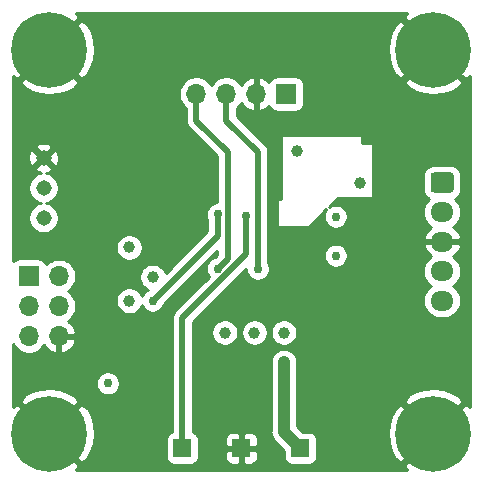
<source format=gbr>
G04 #@! TF.GenerationSoftware,KiCad,Pcbnew,(5.1.6-0-10_14)*
G04 #@! TF.CreationDate,2020-09-06T19:08:14+02:00*
G04 #@! TF.ProjectId,Tachometer pcb,54616368-6f6d-4657-9465-72207063622e,V2.0*
G04 #@! TF.SameCoordinates,Original*
G04 #@! TF.FileFunction,Copper,L4,Bot*
G04 #@! TF.FilePolarity,Positive*
%FSLAX46Y46*%
G04 Gerber Fmt 4.6, Leading zero omitted, Abs format (unit mm)*
G04 Created by KiCad (PCBNEW (5.1.6-0-10_14)) date 2020-09-06 19:08:14*
%MOMM*%
%LPD*%
G01*
G04 APERTURE LIST*
G04 #@! TA.AperFunction,SMDPad,CuDef*
%ADD10R,1.500000X1.500000*%
G04 #@! TD*
G04 #@! TA.AperFunction,ComponentPad*
%ADD11C,1.308000*%
G04 #@! TD*
G04 #@! TA.AperFunction,ComponentPad*
%ADD12O,1.700000X1.700000*%
G04 #@! TD*
G04 #@! TA.AperFunction,ComponentPad*
%ADD13R,1.700000X1.700000*%
G04 #@! TD*
G04 #@! TA.AperFunction,ComponentPad*
%ADD14O,1.950000X1.700000*%
G04 #@! TD*
G04 #@! TA.AperFunction,ComponentPad*
%ADD15C,0.800000*%
G04 #@! TD*
G04 #@! TA.AperFunction,ComponentPad*
%ADD16C,6.400000*%
G04 #@! TD*
G04 #@! TA.AperFunction,ViaPad*
%ADD17C,1.000000*%
G04 #@! TD*
G04 #@! TA.AperFunction,ViaPad*
%ADD18C,0.750000*%
G04 #@! TD*
G04 #@! TA.AperFunction,Conductor*
%ADD19C,1.000000*%
G04 #@! TD*
G04 #@! TA.AperFunction,Conductor*
%ADD20C,0.500000*%
G04 #@! TD*
G04 #@! TA.AperFunction,Conductor*
%ADD21C,0.254000*%
G04 #@! TD*
G04 APERTURE END LIST*
D10*
X155000000Y-122500000D03*
X160000000Y-122500000D03*
X150000000Y-122500000D03*
D11*
X138250000Y-103000000D03*
X138250000Y-97920000D03*
X138250000Y-100460000D03*
D12*
X139540000Y-113000000D03*
X137000000Y-113000000D03*
X139540000Y-110460000D03*
X137000000Y-110460000D03*
X139540000Y-107920000D03*
D13*
X137000000Y-107920000D03*
D14*
X172000000Y-110000000D03*
X172000000Y-107500000D03*
X172000000Y-105000000D03*
X172000000Y-102500000D03*
G04 #@! TA.AperFunction,ComponentPad*
G36*
G01*
X171275000Y-99150000D02*
X172725000Y-99150000D01*
G75*
G02*
X172975000Y-99400000I0J-250000D01*
G01*
X172975000Y-100600000D01*
G75*
G02*
X172725000Y-100850000I-250000J0D01*
G01*
X171275000Y-100850000D01*
G75*
G02*
X171025000Y-100600000I0J250000D01*
G01*
X171025000Y-99400000D01*
G75*
G02*
X171275000Y-99150000I250000J0D01*
G01*
G37*
G04 #@! TD.AperFunction*
D12*
X151180000Y-92500000D03*
X153720000Y-92500000D03*
X156260000Y-92500000D03*
D13*
X158800000Y-92500000D03*
D15*
X140447056Y-119552944D03*
X138750000Y-118850000D03*
X137052944Y-119552944D03*
X136350000Y-121250000D03*
X137052944Y-122947056D03*
X138750000Y-123650000D03*
X140447056Y-122947056D03*
X141150000Y-121250000D03*
D16*
X138750000Y-121250000D03*
X171250000Y-121250000D03*
D15*
X173650000Y-121250000D03*
X172947056Y-122947056D03*
X171250000Y-123650000D03*
X169552944Y-122947056D03*
X168850000Y-121250000D03*
X169552944Y-119552944D03*
X171250000Y-118850000D03*
X172947056Y-119552944D03*
X172947056Y-87052944D03*
X171250000Y-86350000D03*
X169552944Y-87052944D03*
X168850000Y-88750000D03*
X169552944Y-90447056D03*
X171250000Y-91150000D03*
X172947056Y-90447056D03*
X173650000Y-88750000D03*
D16*
X171250000Y-88750000D03*
D15*
X140447056Y-87052944D03*
X138750000Y-86350000D03*
X137052944Y-87052944D03*
X136350000Y-88750000D03*
X137052944Y-90447056D03*
X138750000Y-91150000D03*
X140447056Y-90447056D03*
X141150000Y-88750000D03*
D16*
X138750000Y-88750000D03*
D17*
X159700000Y-97300000D03*
X165000000Y-100000000D03*
X165500000Y-103000000D03*
X165500000Y-105000000D03*
X165500000Y-107000000D03*
D18*
X144000000Y-118750000D03*
X144000000Y-120500000D03*
X144000000Y-122250000D03*
X166000000Y-122000000D03*
X164000000Y-122000000D03*
X143700000Y-117000000D03*
X155400000Y-102800000D03*
X147500000Y-110000000D03*
X153000000Y-102700000D03*
X163000000Y-106200000D03*
D17*
X145500000Y-110000000D03*
X147500000Y-108000000D03*
X158600000Y-112700000D03*
X156100000Y-112700000D03*
X158600000Y-115200000D03*
X153600000Y-112700000D03*
X145500000Y-105500000D03*
D18*
X163000000Y-102900000D03*
X153000000Y-107300000D03*
X156400000Y-107300000D03*
D19*
X158600000Y-121100000D02*
X160000000Y-122500000D01*
X158600000Y-115200000D02*
X158600000Y-121100000D01*
D20*
X153825001Y-106474999D02*
X153000000Y-107300000D01*
X153825001Y-97395001D02*
X153825001Y-106474999D01*
X151180000Y-94750000D02*
X153825001Y-97395001D01*
X151180000Y-94750000D02*
X151180000Y-92500000D01*
X156400000Y-97430000D02*
X156400000Y-107300000D01*
X153720000Y-94750000D02*
X156400000Y-97430000D01*
X153720000Y-94750000D02*
X153720000Y-92500000D01*
X150000000Y-111478998D02*
X150000000Y-122500000D01*
X155400000Y-106078998D02*
X150000000Y-111478998D01*
X155400000Y-102800000D02*
X155400000Y-106078998D01*
X153000000Y-104500000D02*
X153000000Y-102700000D01*
X147500000Y-110000000D02*
X153000000Y-104500000D01*
D21*
G36*
X168728724Y-86049119D02*
G01*
X171250000Y-88570395D01*
X171264143Y-88556253D01*
X171443748Y-88735858D01*
X171429605Y-88750000D01*
X173950881Y-91271276D01*
X174340000Y-90985049D01*
X174340001Y-119014952D01*
X173950881Y-118728724D01*
X171429605Y-121250000D01*
X171443748Y-121264143D01*
X171264143Y-121443748D01*
X171250000Y-121429605D01*
X168728724Y-123950881D01*
X169014951Y-124340000D01*
X140985049Y-124340000D01*
X141271276Y-123950881D01*
X138750000Y-121429605D01*
X138735858Y-121443748D01*
X138556253Y-121264143D01*
X138570395Y-121250000D01*
X138929605Y-121250000D01*
X141450881Y-123771276D01*
X141940548Y-123411088D01*
X142300849Y-122747118D01*
X142524694Y-122025615D01*
X142603480Y-121274305D01*
X142534178Y-120522062D01*
X142319452Y-119797792D01*
X141967555Y-119129330D01*
X141940548Y-119088912D01*
X141450881Y-118728724D01*
X138929605Y-121250000D01*
X138570395Y-121250000D01*
X136049119Y-118728724D01*
X135660000Y-119014951D01*
X135660000Y-118549119D01*
X136228724Y-118549119D01*
X138750000Y-121070395D01*
X141271276Y-118549119D01*
X140911088Y-118059452D01*
X140247118Y-117699151D01*
X139525615Y-117475306D01*
X138774305Y-117396520D01*
X138022062Y-117465822D01*
X137297792Y-117680548D01*
X136629330Y-118032445D01*
X136588912Y-118059452D01*
X136228724Y-118549119D01*
X135660000Y-118549119D01*
X135660000Y-116900524D01*
X142690000Y-116900524D01*
X142690000Y-117099476D01*
X142728814Y-117294606D01*
X142804950Y-117478414D01*
X142915482Y-117643837D01*
X143056163Y-117784518D01*
X143221586Y-117895050D01*
X143405394Y-117971186D01*
X143600524Y-118010000D01*
X143799476Y-118010000D01*
X143994606Y-117971186D01*
X144178414Y-117895050D01*
X144343837Y-117784518D01*
X144484518Y-117643837D01*
X144595050Y-117478414D01*
X144671186Y-117294606D01*
X144710000Y-117099476D01*
X144710000Y-116900524D01*
X144671186Y-116705394D01*
X144595050Y-116521586D01*
X144484518Y-116356163D01*
X144343837Y-116215482D01*
X144178414Y-116104950D01*
X143994606Y-116028814D01*
X143799476Y-115990000D01*
X143600524Y-115990000D01*
X143405394Y-116028814D01*
X143221586Y-116104950D01*
X143056163Y-116215482D01*
X142915482Y-116356163D01*
X142804950Y-116521586D01*
X142728814Y-116705394D01*
X142690000Y-116900524D01*
X135660000Y-116900524D01*
X135660000Y-113645445D01*
X135684010Y-113703411D01*
X135846525Y-113946632D01*
X136053368Y-114153475D01*
X136296589Y-114315990D01*
X136566842Y-114427932D01*
X136853740Y-114485000D01*
X137146260Y-114485000D01*
X137433158Y-114427932D01*
X137703411Y-114315990D01*
X137946632Y-114153475D01*
X138153475Y-113946632D01*
X138271100Y-113770594D01*
X138442412Y-114000269D01*
X138658645Y-114195178D01*
X138908748Y-114344157D01*
X139183109Y-114441481D01*
X139413000Y-114320814D01*
X139413000Y-113127000D01*
X139667000Y-113127000D01*
X139667000Y-114320814D01*
X139896891Y-114441481D01*
X140171252Y-114344157D01*
X140421355Y-114195178D01*
X140637588Y-114000269D01*
X140811641Y-113766920D01*
X140936825Y-113504099D01*
X140981476Y-113356890D01*
X140860155Y-113127000D01*
X139667000Y-113127000D01*
X139413000Y-113127000D01*
X139393000Y-113127000D01*
X139393000Y-112873000D01*
X139413000Y-112873000D01*
X139413000Y-112853000D01*
X139667000Y-112853000D01*
X139667000Y-112873000D01*
X140860155Y-112873000D01*
X140981476Y-112643110D01*
X140936825Y-112495901D01*
X140811641Y-112233080D01*
X140637588Y-111999731D01*
X140421355Y-111804822D01*
X140304466Y-111735195D01*
X140486632Y-111613475D01*
X140693475Y-111406632D01*
X140855990Y-111163411D01*
X140967932Y-110893158D01*
X141025000Y-110606260D01*
X141025000Y-110313740D01*
X140967932Y-110026842D01*
X140910510Y-109888212D01*
X144365000Y-109888212D01*
X144365000Y-110111788D01*
X144408617Y-110331067D01*
X144494176Y-110537624D01*
X144618388Y-110723520D01*
X144776480Y-110881612D01*
X144962376Y-111005824D01*
X145168933Y-111091383D01*
X145388212Y-111135000D01*
X145611788Y-111135000D01*
X145831067Y-111091383D01*
X146037624Y-111005824D01*
X146223520Y-110881612D01*
X146381612Y-110723520D01*
X146505824Y-110537624D01*
X146567650Y-110388364D01*
X146604950Y-110478414D01*
X146715482Y-110643837D01*
X146856163Y-110784518D01*
X147021586Y-110895050D01*
X147205394Y-110971186D01*
X147400524Y-111010000D01*
X147599476Y-111010000D01*
X147794606Y-110971186D01*
X147978414Y-110895050D01*
X148143837Y-110784518D01*
X148284518Y-110643837D01*
X148395050Y-110478414D01*
X148471186Y-110294606D01*
X148474715Y-110276863D01*
X152940002Y-105811577D01*
X152940002Y-106108419D01*
X152723137Y-106325285D01*
X152705394Y-106328814D01*
X152521586Y-106404950D01*
X152356163Y-106515482D01*
X152215482Y-106656163D01*
X152104950Y-106821586D01*
X152028814Y-107005394D01*
X151990000Y-107200524D01*
X151990000Y-107399476D01*
X152028814Y-107594606D01*
X152104950Y-107778414D01*
X152215482Y-107943837D01*
X152249532Y-107977887D01*
X149404956Y-110822464D01*
X149371183Y-110850181D01*
X149260589Y-110984940D01*
X149178411Y-111138686D01*
X149127805Y-111305509D01*
X149115000Y-111435522D01*
X149115000Y-111435529D01*
X149110719Y-111478998D01*
X149115000Y-111522467D01*
X149115001Y-121127378D01*
X149005820Y-121160498D01*
X148895506Y-121219463D01*
X148798815Y-121298815D01*
X148719463Y-121395506D01*
X148660498Y-121505820D01*
X148624188Y-121625518D01*
X148611928Y-121750000D01*
X148611928Y-123250000D01*
X148624188Y-123374482D01*
X148660498Y-123494180D01*
X148719463Y-123604494D01*
X148798815Y-123701185D01*
X148895506Y-123780537D01*
X149005820Y-123839502D01*
X149125518Y-123875812D01*
X149250000Y-123888072D01*
X150750000Y-123888072D01*
X150874482Y-123875812D01*
X150994180Y-123839502D01*
X151104494Y-123780537D01*
X151201185Y-123701185D01*
X151280537Y-123604494D01*
X151339502Y-123494180D01*
X151375812Y-123374482D01*
X151388072Y-123250000D01*
X153611928Y-123250000D01*
X153624188Y-123374482D01*
X153660498Y-123494180D01*
X153719463Y-123604494D01*
X153798815Y-123701185D01*
X153895506Y-123780537D01*
X154005820Y-123839502D01*
X154125518Y-123875812D01*
X154250000Y-123888072D01*
X154714250Y-123885000D01*
X154873000Y-123726250D01*
X154873000Y-122627000D01*
X155127000Y-122627000D01*
X155127000Y-123726250D01*
X155285750Y-123885000D01*
X155750000Y-123888072D01*
X155874482Y-123875812D01*
X155994180Y-123839502D01*
X156104494Y-123780537D01*
X156201185Y-123701185D01*
X156280537Y-123604494D01*
X156339502Y-123494180D01*
X156375812Y-123374482D01*
X156388072Y-123250000D01*
X156385000Y-122785750D01*
X156226250Y-122627000D01*
X155127000Y-122627000D01*
X154873000Y-122627000D01*
X153773750Y-122627000D01*
X153615000Y-122785750D01*
X153611928Y-123250000D01*
X151388072Y-123250000D01*
X151388072Y-121750000D01*
X153611928Y-121750000D01*
X153615000Y-122214250D01*
X153773750Y-122373000D01*
X154873000Y-122373000D01*
X154873000Y-121273750D01*
X155127000Y-121273750D01*
X155127000Y-122373000D01*
X156226250Y-122373000D01*
X156385000Y-122214250D01*
X156388072Y-121750000D01*
X156375812Y-121625518D01*
X156339502Y-121505820D01*
X156280537Y-121395506D01*
X156201185Y-121298815D01*
X156104494Y-121219463D01*
X155994180Y-121160498D01*
X155874482Y-121124188D01*
X155750000Y-121111928D01*
X155285750Y-121115000D01*
X155127000Y-121273750D01*
X154873000Y-121273750D01*
X154714250Y-121115000D01*
X154250000Y-121111928D01*
X154125518Y-121124188D01*
X154005820Y-121160498D01*
X153895506Y-121219463D01*
X153798815Y-121298815D01*
X153719463Y-121395506D01*
X153660498Y-121505820D01*
X153624188Y-121625518D01*
X153611928Y-121750000D01*
X151388072Y-121750000D01*
X151375812Y-121625518D01*
X151339502Y-121505820D01*
X151280537Y-121395506D01*
X151201185Y-121298815D01*
X151104494Y-121219463D01*
X150994180Y-121160498D01*
X150885000Y-121127379D01*
X150885000Y-121100000D01*
X157459509Y-121100000D01*
X157481423Y-121322498D01*
X157546324Y-121536446D01*
X157571391Y-121583343D01*
X157651717Y-121733623D01*
X157793552Y-121906449D01*
X157836860Y-121941991D01*
X158611928Y-122717060D01*
X158611928Y-123250000D01*
X158624188Y-123374482D01*
X158660498Y-123494180D01*
X158719463Y-123604494D01*
X158798815Y-123701185D01*
X158895506Y-123780537D01*
X159005820Y-123839502D01*
X159125518Y-123875812D01*
X159250000Y-123888072D01*
X160750000Y-123888072D01*
X160874482Y-123875812D01*
X160994180Y-123839502D01*
X161104494Y-123780537D01*
X161201185Y-123701185D01*
X161280537Y-123604494D01*
X161339502Y-123494180D01*
X161375812Y-123374482D01*
X161388072Y-123250000D01*
X161388072Y-121750000D01*
X161375812Y-121625518D01*
X161339502Y-121505820D01*
X161280537Y-121395506D01*
X161201185Y-121298815D01*
X161112088Y-121225695D01*
X167396520Y-121225695D01*
X167465822Y-121977938D01*
X167680548Y-122702208D01*
X168032445Y-123370670D01*
X168059452Y-123411088D01*
X168549119Y-123771276D01*
X171070395Y-121250000D01*
X168549119Y-118728724D01*
X168059452Y-119088912D01*
X167699151Y-119752882D01*
X167475306Y-120474385D01*
X167396520Y-121225695D01*
X161112088Y-121225695D01*
X161104494Y-121219463D01*
X160994180Y-121160498D01*
X160874482Y-121124188D01*
X160750000Y-121111928D01*
X160217060Y-121111928D01*
X159735000Y-120629869D01*
X159735000Y-118549119D01*
X168728724Y-118549119D01*
X171250000Y-121070395D01*
X173771276Y-118549119D01*
X173411088Y-118059452D01*
X172747118Y-117699151D01*
X172025615Y-117475306D01*
X171274305Y-117396520D01*
X170522062Y-117465822D01*
X169797792Y-117680548D01*
X169129330Y-118032445D01*
X169088912Y-118059452D01*
X168728724Y-118549119D01*
X159735000Y-118549119D01*
X159735000Y-115088212D01*
X159724068Y-115033253D01*
X159718577Y-114977501D01*
X159702315Y-114923894D01*
X159691383Y-114868933D01*
X159669937Y-114817158D01*
X159653676Y-114763553D01*
X159627269Y-114714149D01*
X159605824Y-114662376D01*
X159574693Y-114615786D01*
X159548284Y-114566377D01*
X159512741Y-114523068D01*
X159481612Y-114476480D01*
X159441991Y-114436859D01*
X159406449Y-114393551D01*
X159363141Y-114358009D01*
X159323520Y-114318388D01*
X159276932Y-114287259D01*
X159233623Y-114251716D01*
X159184215Y-114225307D01*
X159137624Y-114194176D01*
X159085848Y-114172730D01*
X159036446Y-114146324D01*
X158982845Y-114130064D01*
X158931067Y-114108617D01*
X158876103Y-114097684D01*
X158822498Y-114081423D01*
X158766748Y-114075932D01*
X158711788Y-114065000D01*
X158655751Y-114065000D01*
X158600000Y-114059509D01*
X158544248Y-114065000D01*
X158488212Y-114065000D01*
X158433253Y-114075932D01*
X158377501Y-114081423D01*
X158323894Y-114097685D01*
X158268933Y-114108617D01*
X158217158Y-114130063D01*
X158163553Y-114146324D01*
X158114149Y-114172731D01*
X158062376Y-114194176D01*
X158015786Y-114225307D01*
X157966377Y-114251716D01*
X157923068Y-114287259D01*
X157876480Y-114318388D01*
X157836859Y-114358009D01*
X157793551Y-114393551D01*
X157758009Y-114436859D01*
X157718388Y-114476480D01*
X157687259Y-114523068D01*
X157651716Y-114566377D01*
X157625307Y-114615785D01*
X157594176Y-114662376D01*
X157572730Y-114714152D01*
X157546324Y-114763554D01*
X157530064Y-114817155D01*
X157508617Y-114868933D01*
X157497684Y-114923897D01*
X157481423Y-114977502D01*
X157475932Y-115033252D01*
X157465000Y-115088212D01*
X157465000Y-115144249D01*
X157465001Y-121044239D01*
X157459509Y-121100000D01*
X150885000Y-121100000D01*
X150885000Y-112588212D01*
X152465000Y-112588212D01*
X152465000Y-112811788D01*
X152508617Y-113031067D01*
X152594176Y-113237624D01*
X152718388Y-113423520D01*
X152876480Y-113581612D01*
X153062376Y-113705824D01*
X153268933Y-113791383D01*
X153488212Y-113835000D01*
X153711788Y-113835000D01*
X153931067Y-113791383D01*
X154137624Y-113705824D01*
X154323520Y-113581612D01*
X154481612Y-113423520D01*
X154605824Y-113237624D01*
X154691383Y-113031067D01*
X154735000Y-112811788D01*
X154735000Y-112588212D01*
X154965000Y-112588212D01*
X154965000Y-112811788D01*
X155008617Y-113031067D01*
X155094176Y-113237624D01*
X155218388Y-113423520D01*
X155376480Y-113581612D01*
X155562376Y-113705824D01*
X155768933Y-113791383D01*
X155988212Y-113835000D01*
X156211788Y-113835000D01*
X156431067Y-113791383D01*
X156637624Y-113705824D01*
X156823520Y-113581612D01*
X156981612Y-113423520D01*
X157105824Y-113237624D01*
X157191383Y-113031067D01*
X157235000Y-112811788D01*
X157235000Y-112588212D01*
X157465000Y-112588212D01*
X157465000Y-112811788D01*
X157508617Y-113031067D01*
X157594176Y-113237624D01*
X157718388Y-113423520D01*
X157876480Y-113581612D01*
X158062376Y-113705824D01*
X158268933Y-113791383D01*
X158488212Y-113835000D01*
X158711788Y-113835000D01*
X158931067Y-113791383D01*
X159137624Y-113705824D01*
X159323520Y-113581612D01*
X159481612Y-113423520D01*
X159605824Y-113237624D01*
X159691383Y-113031067D01*
X159735000Y-112811788D01*
X159735000Y-112588212D01*
X159691383Y-112368933D01*
X159605824Y-112162376D01*
X159481612Y-111976480D01*
X159323520Y-111818388D01*
X159137624Y-111694176D01*
X158931067Y-111608617D01*
X158711788Y-111565000D01*
X158488212Y-111565000D01*
X158268933Y-111608617D01*
X158062376Y-111694176D01*
X157876480Y-111818388D01*
X157718388Y-111976480D01*
X157594176Y-112162376D01*
X157508617Y-112368933D01*
X157465000Y-112588212D01*
X157235000Y-112588212D01*
X157191383Y-112368933D01*
X157105824Y-112162376D01*
X156981612Y-111976480D01*
X156823520Y-111818388D01*
X156637624Y-111694176D01*
X156431067Y-111608617D01*
X156211788Y-111565000D01*
X155988212Y-111565000D01*
X155768933Y-111608617D01*
X155562376Y-111694176D01*
X155376480Y-111818388D01*
X155218388Y-111976480D01*
X155094176Y-112162376D01*
X155008617Y-112368933D01*
X154965000Y-112588212D01*
X154735000Y-112588212D01*
X154691383Y-112368933D01*
X154605824Y-112162376D01*
X154481612Y-111976480D01*
X154323520Y-111818388D01*
X154137624Y-111694176D01*
X153931067Y-111608617D01*
X153711788Y-111565000D01*
X153488212Y-111565000D01*
X153268933Y-111608617D01*
X153062376Y-111694176D01*
X152876480Y-111818388D01*
X152718388Y-111976480D01*
X152594176Y-112162376D01*
X152508617Y-112368933D01*
X152465000Y-112588212D01*
X150885000Y-112588212D01*
X150885000Y-111845576D01*
X155390000Y-107340577D01*
X155390000Y-107399476D01*
X155428814Y-107594606D01*
X155504950Y-107778414D01*
X155615482Y-107943837D01*
X155756163Y-108084518D01*
X155921586Y-108195050D01*
X156105394Y-108271186D01*
X156300524Y-108310000D01*
X156499476Y-108310000D01*
X156694606Y-108271186D01*
X156878414Y-108195050D01*
X157043837Y-108084518D01*
X157184518Y-107943837D01*
X157295050Y-107778414D01*
X157371186Y-107594606D01*
X157390004Y-107500000D01*
X170382815Y-107500000D01*
X170411487Y-107791111D01*
X170496401Y-108071034D01*
X170634294Y-108329014D01*
X170819866Y-108555134D01*
X171045986Y-108740706D01*
X171063374Y-108750000D01*
X171045986Y-108759294D01*
X170819866Y-108944866D01*
X170634294Y-109170986D01*
X170496401Y-109428966D01*
X170411487Y-109708889D01*
X170382815Y-110000000D01*
X170411487Y-110291111D01*
X170496401Y-110571034D01*
X170634294Y-110829014D01*
X170819866Y-111055134D01*
X171045986Y-111240706D01*
X171303966Y-111378599D01*
X171583889Y-111463513D01*
X171802050Y-111485000D01*
X172197950Y-111485000D01*
X172416111Y-111463513D01*
X172696034Y-111378599D01*
X172954014Y-111240706D01*
X173180134Y-111055134D01*
X173365706Y-110829014D01*
X173503599Y-110571034D01*
X173588513Y-110291111D01*
X173617185Y-110000000D01*
X173588513Y-109708889D01*
X173503599Y-109428966D01*
X173365706Y-109170986D01*
X173180134Y-108944866D01*
X172954014Y-108759294D01*
X172936626Y-108750000D01*
X172954014Y-108740706D01*
X173180134Y-108555134D01*
X173365706Y-108329014D01*
X173503599Y-108071034D01*
X173588513Y-107791111D01*
X173617185Y-107500000D01*
X173588513Y-107208889D01*
X173503599Y-106928966D01*
X173365706Y-106670986D01*
X173180134Y-106444866D01*
X172954014Y-106259294D01*
X172928278Y-106245538D01*
X173134429Y-106089049D01*
X173327496Y-105871193D01*
X173474352Y-105619858D01*
X173566476Y-105356890D01*
X173445155Y-105127000D01*
X172127000Y-105127000D01*
X172127000Y-105147000D01*
X171873000Y-105147000D01*
X171873000Y-105127000D01*
X170554845Y-105127000D01*
X170433524Y-105356890D01*
X170525648Y-105619858D01*
X170672504Y-105871193D01*
X170865571Y-106089049D01*
X171071722Y-106245538D01*
X171045986Y-106259294D01*
X170819866Y-106444866D01*
X170634294Y-106670986D01*
X170496401Y-106928966D01*
X170411487Y-107208889D01*
X170382815Y-107500000D01*
X157390004Y-107500000D01*
X157410000Y-107399476D01*
X157410000Y-107200524D01*
X157371186Y-107005394D01*
X157295050Y-106821586D01*
X157285000Y-106806545D01*
X157285000Y-106100524D01*
X161990000Y-106100524D01*
X161990000Y-106299476D01*
X162028814Y-106494606D01*
X162104950Y-106678414D01*
X162215482Y-106843837D01*
X162356163Y-106984518D01*
X162521586Y-107095050D01*
X162705394Y-107171186D01*
X162900524Y-107210000D01*
X163099476Y-107210000D01*
X163294606Y-107171186D01*
X163478414Y-107095050D01*
X163643837Y-106984518D01*
X163784518Y-106843837D01*
X163895050Y-106678414D01*
X163971186Y-106494606D01*
X164010000Y-106299476D01*
X164010000Y-106100524D01*
X163971186Y-105905394D01*
X163895050Y-105721586D01*
X163784518Y-105556163D01*
X163643837Y-105415482D01*
X163478414Y-105304950D01*
X163294606Y-105228814D01*
X163099476Y-105190000D01*
X162900524Y-105190000D01*
X162705394Y-105228814D01*
X162521586Y-105304950D01*
X162356163Y-105415482D01*
X162215482Y-105556163D01*
X162104950Y-105721586D01*
X162028814Y-105905394D01*
X161990000Y-106100524D01*
X157285000Y-106100524D01*
X157285000Y-101500000D01*
X157973000Y-101500000D01*
X157973000Y-103600000D01*
X157975440Y-103624776D01*
X157982667Y-103648601D01*
X157994403Y-103670557D01*
X158010197Y-103689803D01*
X158029443Y-103705597D01*
X158051399Y-103717333D01*
X158075224Y-103724560D01*
X158100000Y-103727000D01*
X160700000Y-103727000D01*
X160724776Y-103724560D01*
X160748601Y-103717333D01*
X160770557Y-103705597D01*
X160789803Y-103689803D01*
X162199451Y-102280155D01*
X162104950Y-102421586D01*
X162028814Y-102605394D01*
X161990000Y-102800524D01*
X161990000Y-102999476D01*
X162028814Y-103194606D01*
X162104950Y-103378414D01*
X162215482Y-103543837D01*
X162356163Y-103684518D01*
X162521586Y-103795050D01*
X162705394Y-103871186D01*
X162900524Y-103910000D01*
X163099476Y-103910000D01*
X163294606Y-103871186D01*
X163478414Y-103795050D01*
X163643837Y-103684518D01*
X163784518Y-103543837D01*
X163895050Y-103378414D01*
X163971186Y-103194606D01*
X164010000Y-102999476D01*
X164010000Y-102800524D01*
X163971186Y-102605394D01*
X163927531Y-102500000D01*
X170382815Y-102500000D01*
X170411487Y-102791111D01*
X170496401Y-103071034D01*
X170634294Y-103329014D01*
X170819866Y-103555134D01*
X171045986Y-103740706D01*
X171071722Y-103754462D01*
X170865571Y-103910951D01*
X170672504Y-104128807D01*
X170525648Y-104380142D01*
X170433524Y-104643110D01*
X170554845Y-104873000D01*
X171873000Y-104873000D01*
X171873000Y-104853000D01*
X172127000Y-104853000D01*
X172127000Y-104873000D01*
X173445155Y-104873000D01*
X173566476Y-104643110D01*
X173474352Y-104380142D01*
X173327496Y-104128807D01*
X173134429Y-103910951D01*
X172928278Y-103754462D01*
X172954014Y-103740706D01*
X173180134Y-103555134D01*
X173365706Y-103329014D01*
X173503599Y-103071034D01*
X173588513Y-102791111D01*
X173617185Y-102500000D01*
X173588513Y-102208889D01*
X173503599Y-101928966D01*
X173365706Y-101670986D01*
X173180134Y-101444866D01*
X173116663Y-101392777D01*
X173218386Y-101338405D01*
X173352962Y-101227962D01*
X173463405Y-101093386D01*
X173545472Y-100939850D01*
X173596008Y-100773254D01*
X173613072Y-100600000D01*
X173613072Y-99400000D01*
X173596008Y-99226746D01*
X173545472Y-99060150D01*
X173463405Y-98906614D01*
X173352962Y-98772038D01*
X173218386Y-98661595D01*
X173064850Y-98579528D01*
X172898254Y-98528992D01*
X172725000Y-98511928D01*
X171275000Y-98511928D01*
X171101746Y-98528992D01*
X170935150Y-98579528D01*
X170781614Y-98661595D01*
X170647038Y-98772038D01*
X170536595Y-98906614D01*
X170454528Y-99060150D01*
X170403992Y-99226746D01*
X170386928Y-99400000D01*
X170386928Y-100600000D01*
X170403992Y-100773254D01*
X170454528Y-100939850D01*
X170536595Y-101093386D01*
X170647038Y-101227962D01*
X170781614Y-101338405D01*
X170883337Y-101392777D01*
X170819866Y-101444866D01*
X170634294Y-101670986D01*
X170496401Y-101928966D01*
X170411487Y-102208889D01*
X170382815Y-102500000D01*
X163927531Y-102500000D01*
X163895050Y-102421586D01*
X163784518Y-102256163D01*
X163643837Y-102115482D01*
X163478414Y-102004950D01*
X163294606Y-101928814D01*
X163099476Y-101890000D01*
X162900524Y-101890000D01*
X162705394Y-101928814D01*
X162521586Y-102004950D01*
X162380155Y-102099451D01*
X163152606Y-101327000D01*
X166000000Y-101327000D01*
X166024776Y-101324560D01*
X166048601Y-101317333D01*
X166070557Y-101305597D01*
X166089803Y-101289803D01*
X166105597Y-101270557D01*
X166117333Y-101248601D01*
X166124560Y-101224776D01*
X166127000Y-101200000D01*
X166127000Y-96800000D01*
X166124560Y-96775224D01*
X166117333Y-96751399D01*
X166105597Y-96729443D01*
X166089803Y-96710197D01*
X166070557Y-96694403D01*
X166048601Y-96682667D01*
X166024776Y-96675440D01*
X166000000Y-96673000D01*
X165227000Y-96673000D01*
X165227000Y-96100000D01*
X165224560Y-96075224D01*
X165217333Y-96051399D01*
X165205597Y-96029443D01*
X165189803Y-96010197D01*
X165170557Y-95994403D01*
X165148601Y-95982667D01*
X165124776Y-95975440D01*
X165100000Y-95973000D01*
X158500000Y-95973000D01*
X158475224Y-95975440D01*
X158451399Y-95982667D01*
X158429443Y-95994403D01*
X158410197Y-96010197D01*
X158394403Y-96029443D01*
X158382667Y-96051399D01*
X158375440Y-96075224D01*
X158373000Y-96100000D01*
X158373000Y-101373000D01*
X158100000Y-101373000D01*
X158075224Y-101375440D01*
X158051399Y-101382667D01*
X158029443Y-101394403D01*
X158010197Y-101410197D01*
X157994403Y-101429443D01*
X157982667Y-101451399D01*
X157975440Y-101475224D01*
X157973000Y-101500000D01*
X157285000Y-101500000D01*
X157285000Y-97473465D01*
X157289281Y-97429999D01*
X157285000Y-97386533D01*
X157285000Y-97386523D01*
X157272195Y-97256510D01*
X157221589Y-97089687D01*
X157139411Y-96935941D01*
X157028817Y-96801183D01*
X156995050Y-96773471D01*
X154605000Y-94383422D01*
X154605000Y-93694656D01*
X154666632Y-93653475D01*
X154873475Y-93446632D01*
X154995195Y-93264466D01*
X155064822Y-93381355D01*
X155259731Y-93597588D01*
X155493080Y-93771641D01*
X155755901Y-93896825D01*
X155903110Y-93941476D01*
X156133000Y-93820155D01*
X156133000Y-92627000D01*
X156113000Y-92627000D01*
X156113000Y-92373000D01*
X156133000Y-92373000D01*
X156133000Y-91179845D01*
X156387000Y-91179845D01*
X156387000Y-92373000D01*
X156407000Y-92373000D01*
X156407000Y-92627000D01*
X156387000Y-92627000D01*
X156387000Y-93820155D01*
X156616890Y-93941476D01*
X156764099Y-93896825D01*
X157026920Y-93771641D01*
X157260269Y-93597588D01*
X157336034Y-93513534D01*
X157360498Y-93594180D01*
X157419463Y-93704494D01*
X157498815Y-93801185D01*
X157595506Y-93880537D01*
X157705820Y-93939502D01*
X157825518Y-93975812D01*
X157950000Y-93988072D01*
X159650000Y-93988072D01*
X159774482Y-93975812D01*
X159894180Y-93939502D01*
X160004494Y-93880537D01*
X160101185Y-93801185D01*
X160180537Y-93704494D01*
X160239502Y-93594180D01*
X160275812Y-93474482D01*
X160288072Y-93350000D01*
X160288072Y-91650000D01*
X160275812Y-91525518D01*
X160253172Y-91450881D01*
X168728724Y-91450881D01*
X169088912Y-91940548D01*
X169752882Y-92300849D01*
X170474385Y-92524694D01*
X171225695Y-92603480D01*
X171977938Y-92534178D01*
X172702208Y-92319452D01*
X173370670Y-91967555D01*
X173411088Y-91940548D01*
X173771276Y-91450881D01*
X171250000Y-88929605D01*
X168728724Y-91450881D01*
X160253172Y-91450881D01*
X160239502Y-91405820D01*
X160180537Y-91295506D01*
X160101185Y-91198815D01*
X160004494Y-91119463D01*
X159894180Y-91060498D01*
X159774482Y-91024188D01*
X159650000Y-91011928D01*
X157950000Y-91011928D01*
X157825518Y-91024188D01*
X157705820Y-91060498D01*
X157595506Y-91119463D01*
X157498815Y-91198815D01*
X157419463Y-91295506D01*
X157360498Y-91405820D01*
X157336034Y-91486466D01*
X157260269Y-91402412D01*
X157026920Y-91228359D01*
X156764099Y-91103175D01*
X156616890Y-91058524D01*
X156387000Y-91179845D01*
X156133000Y-91179845D01*
X155903110Y-91058524D01*
X155755901Y-91103175D01*
X155493080Y-91228359D01*
X155259731Y-91402412D01*
X155064822Y-91618645D01*
X154995195Y-91735534D01*
X154873475Y-91553368D01*
X154666632Y-91346525D01*
X154423411Y-91184010D01*
X154153158Y-91072068D01*
X153866260Y-91015000D01*
X153573740Y-91015000D01*
X153286842Y-91072068D01*
X153016589Y-91184010D01*
X152773368Y-91346525D01*
X152566525Y-91553368D01*
X152450000Y-91727760D01*
X152333475Y-91553368D01*
X152126632Y-91346525D01*
X151883411Y-91184010D01*
X151613158Y-91072068D01*
X151326260Y-91015000D01*
X151033740Y-91015000D01*
X150746842Y-91072068D01*
X150476589Y-91184010D01*
X150233368Y-91346525D01*
X150026525Y-91553368D01*
X149864010Y-91796589D01*
X149752068Y-92066842D01*
X149695000Y-92353740D01*
X149695000Y-92646260D01*
X149752068Y-92933158D01*
X149864010Y-93203411D01*
X150026525Y-93446632D01*
X150233368Y-93653475D01*
X150295000Y-93694656D01*
X150295000Y-94706531D01*
X150290719Y-94750000D01*
X150295000Y-94793469D01*
X150295000Y-94793476D01*
X150307805Y-94923489D01*
X150358411Y-95090312D01*
X150440589Y-95244058D01*
X150551183Y-95378817D01*
X150584956Y-95406534D01*
X152940001Y-97761580D01*
X152940001Y-101690000D01*
X152900524Y-101690000D01*
X152705394Y-101728814D01*
X152521586Y-101804950D01*
X152356163Y-101915482D01*
X152215482Y-102056163D01*
X152104950Y-102221586D01*
X152028814Y-102405394D01*
X151990000Y-102600524D01*
X151990000Y-102799476D01*
X152028814Y-102994606D01*
X152104950Y-103178414D01*
X152115001Y-103193456D01*
X152115000Y-104133421D01*
X148587899Y-107660522D01*
X148505824Y-107462376D01*
X148381612Y-107276480D01*
X148223520Y-107118388D01*
X148037624Y-106994176D01*
X147831067Y-106908617D01*
X147611788Y-106865000D01*
X147388212Y-106865000D01*
X147168933Y-106908617D01*
X146962376Y-106994176D01*
X146776480Y-107118388D01*
X146618388Y-107276480D01*
X146494176Y-107462376D01*
X146408617Y-107668933D01*
X146365000Y-107888212D01*
X146365000Y-108111788D01*
X146408617Y-108331067D01*
X146494176Y-108537624D01*
X146618388Y-108723520D01*
X146776480Y-108881612D01*
X146962376Y-109005824D01*
X147111636Y-109067650D01*
X147021586Y-109104950D01*
X146856163Y-109215482D01*
X146715482Y-109356163D01*
X146604950Y-109521586D01*
X146567650Y-109611636D01*
X146505824Y-109462376D01*
X146381612Y-109276480D01*
X146223520Y-109118388D01*
X146037624Y-108994176D01*
X145831067Y-108908617D01*
X145611788Y-108865000D01*
X145388212Y-108865000D01*
X145168933Y-108908617D01*
X144962376Y-108994176D01*
X144776480Y-109118388D01*
X144618388Y-109276480D01*
X144494176Y-109462376D01*
X144408617Y-109668933D01*
X144365000Y-109888212D01*
X140910510Y-109888212D01*
X140855990Y-109756589D01*
X140693475Y-109513368D01*
X140486632Y-109306525D01*
X140312240Y-109190000D01*
X140486632Y-109073475D01*
X140693475Y-108866632D01*
X140855990Y-108623411D01*
X140967932Y-108353158D01*
X141025000Y-108066260D01*
X141025000Y-107773740D01*
X140967932Y-107486842D01*
X140855990Y-107216589D01*
X140693475Y-106973368D01*
X140486632Y-106766525D01*
X140243411Y-106604010D01*
X139973158Y-106492068D01*
X139686260Y-106435000D01*
X139393740Y-106435000D01*
X139106842Y-106492068D01*
X138836589Y-106604010D01*
X138593368Y-106766525D01*
X138461513Y-106898380D01*
X138439502Y-106825820D01*
X138380537Y-106715506D01*
X138301185Y-106618815D01*
X138204494Y-106539463D01*
X138094180Y-106480498D01*
X137974482Y-106444188D01*
X137850000Y-106431928D01*
X136150000Y-106431928D01*
X136025518Y-106444188D01*
X135905820Y-106480498D01*
X135795506Y-106539463D01*
X135698815Y-106618815D01*
X135660000Y-106666111D01*
X135660000Y-105388212D01*
X144365000Y-105388212D01*
X144365000Y-105611788D01*
X144408617Y-105831067D01*
X144494176Y-106037624D01*
X144618388Y-106223520D01*
X144776480Y-106381612D01*
X144962376Y-106505824D01*
X145168933Y-106591383D01*
X145388212Y-106635000D01*
X145611788Y-106635000D01*
X145831067Y-106591383D01*
X146037624Y-106505824D01*
X146223520Y-106381612D01*
X146381612Y-106223520D01*
X146505824Y-106037624D01*
X146591383Y-105831067D01*
X146635000Y-105611788D01*
X146635000Y-105388212D01*
X146591383Y-105168933D01*
X146505824Y-104962376D01*
X146381612Y-104776480D01*
X146223520Y-104618388D01*
X146037624Y-104494176D01*
X145831067Y-104408617D01*
X145611788Y-104365000D01*
X145388212Y-104365000D01*
X145168933Y-104408617D01*
X144962376Y-104494176D01*
X144776480Y-104618388D01*
X144618388Y-104776480D01*
X144494176Y-104962376D01*
X144408617Y-105168933D01*
X144365000Y-105388212D01*
X135660000Y-105388212D01*
X135660000Y-100333045D01*
X136961000Y-100333045D01*
X136961000Y-100586955D01*
X137010535Y-100835987D01*
X137107703Y-101070570D01*
X137248768Y-101281690D01*
X137428310Y-101461232D01*
X137639430Y-101602297D01*
X137874013Y-101699465D01*
X138027524Y-101730000D01*
X137874013Y-101760535D01*
X137639430Y-101857703D01*
X137428310Y-101998768D01*
X137248768Y-102178310D01*
X137107703Y-102389430D01*
X137010535Y-102624013D01*
X136961000Y-102873045D01*
X136961000Y-103126955D01*
X137010535Y-103375987D01*
X137107703Y-103610570D01*
X137248768Y-103821690D01*
X137428310Y-104001232D01*
X137639430Y-104142297D01*
X137874013Y-104239465D01*
X138123045Y-104289000D01*
X138376955Y-104289000D01*
X138625987Y-104239465D01*
X138860570Y-104142297D01*
X139071690Y-104001232D01*
X139251232Y-103821690D01*
X139392297Y-103610570D01*
X139489465Y-103375987D01*
X139539000Y-103126955D01*
X139539000Y-102873045D01*
X139489465Y-102624013D01*
X139392297Y-102389430D01*
X139251232Y-102178310D01*
X139071690Y-101998768D01*
X138860570Y-101857703D01*
X138625987Y-101760535D01*
X138472476Y-101730000D01*
X138625987Y-101699465D01*
X138860570Y-101602297D01*
X139071690Y-101461232D01*
X139251232Y-101281690D01*
X139392297Y-101070570D01*
X139489465Y-100835987D01*
X139539000Y-100586955D01*
X139539000Y-100333045D01*
X139489465Y-100084013D01*
X139392297Y-99849430D01*
X139251232Y-99638310D01*
X139071690Y-99458768D01*
X138860570Y-99317703D01*
X138625987Y-99220535D01*
X138472001Y-99189906D01*
X138577079Y-99173259D01*
X138815293Y-99085368D01*
X138904907Y-99037468D01*
X138958782Y-98808387D01*
X138250000Y-98099605D01*
X137541218Y-98808387D01*
X137595093Y-99037468D01*
X137825684Y-99143763D01*
X138022484Y-99191003D01*
X137874013Y-99220535D01*
X137639430Y-99317703D01*
X137428310Y-99458768D01*
X137248768Y-99638310D01*
X137107703Y-99849430D01*
X137010535Y-100084013D01*
X136961000Y-100333045D01*
X135660000Y-100333045D01*
X135660000Y-97996296D01*
X136957012Y-97996296D01*
X136996741Y-98247079D01*
X137084632Y-98485293D01*
X137132532Y-98574907D01*
X137361613Y-98628782D01*
X138070395Y-97920000D01*
X138429605Y-97920000D01*
X139138387Y-98628782D01*
X139367468Y-98574907D01*
X139473763Y-98344316D01*
X139533028Y-98097419D01*
X139542988Y-97843704D01*
X139503259Y-97592921D01*
X139415368Y-97354707D01*
X139367468Y-97265093D01*
X139138387Y-97211218D01*
X138429605Y-97920000D01*
X138070395Y-97920000D01*
X137361613Y-97211218D01*
X137132532Y-97265093D01*
X137026237Y-97495684D01*
X136966972Y-97742581D01*
X136957012Y-97996296D01*
X135660000Y-97996296D01*
X135660000Y-97031613D01*
X137541218Y-97031613D01*
X138250000Y-97740395D01*
X138958782Y-97031613D01*
X138904907Y-96802532D01*
X138674316Y-96696237D01*
X138427419Y-96636972D01*
X138173704Y-96627012D01*
X137922921Y-96666741D01*
X137684707Y-96754632D01*
X137595093Y-96802532D01*
X137541218Y-97031613D01*
X135660000Y-97031613D01*
X135660000Y-91450881D01*
X136228724Y-91450881D01*
X136588912Y-91940548D01*
X137252882Y-92300849D01*
X137974385Y-92524694D01*
X138725695Y-92603480D01*
X139477938Y-92534178D01*
X140202208Y-92319452D01*
X140870670Y-91967555D01*
X140911088Y-91940548D01*
X141271276Y-91450881D01*
X138750000Y-88929605D01*
X136228724Y-91450881D01*
X135660000Y-91450881D01*
X135660000Y-90985049D01*
X136049119Y-91271276D01*
X138570395Y-88750000D01*
X138929605Y-88750000D01*
X141450881Y-91271276D01*
X141940548Y-90911088D01*
X142300849Y-90247118D01*
X142524694Y-89525615D01*
X142603480Y-88774305D01*
X142599002Y-88725695D01*
X167396520Y-88725695D01*
X167465822Y-89477938D01*
X167680548Y-90202208D01*
X168032445Y-90870670D01*
X168059452Y-90911088D01*
X168549119Y-91271276D01*
X171070395Y-88750000D01*
X168549119Y-86228724D01*
X168059452Y-86588912D01*
X167699151Y-87252882D01*
X167475306Y-87974385D01*
X167396520Y-88725695D01*
X142599002Y-88725695D01*
X142534178Y-88022062D01*
X142319452Y-87297792D01*
X141967555Y-86629330D01*
X141940548Y-86588912D01*
X141450881Y-86228724D01*
X138929605Y-88750000D01*
X138570395Y-88750000D01*
X138556253Y-88735858D01*
X138735858Y-88556253D01*
X138750000Y-88570395D01*
X141271276Y-86049119D01*
X140985049Y-85660000D01*
X169014951Y-85660000D01*
X168728724Y-86049119D01*
G37*
X168728724Y-86049119D02*
X171250000Y-88570395D01*
X171264143Y-88556253D01*
X171443748Y-88735858D01*
X171429605Y-88750000D01*
X173950881Y-91271276D01*
X174340000Y-90985049D01*
X174340001Y-119014952D01*
X173950881Y-118728724D01*
X171429605Y-121250000D01*
X171443748Y-121264143D01*
X171264143Y-121443748D01*
X171250000Y-121429605D01*
X168728724Y-123950881D01*
X169014951Y-124340000D01*
X140985049Y-124340000D01*
X141271276Y-123950881D01*
X138750000Y-121429605D01*
X138735858Y-121443748D01*
X138556253Y-121264143D01*
X138570395Y-121250000D01*
X138929605Y-121250000D01*
X141450881Y-123771276D01*
X141940548Y-123411088D01*
X142300849Y-122747118D01*
X142524694Y-122025615D01*
X142603480Y-121274305D01*
X142534178Y-120522062D01*
X142319452Y-119797792D01*
X141967555Y-119129330D01*
X141940548Y-119088912D01*
X141450881Y-118728724D01*
X138929605Y-121250000D01*
X138570395Y-121250000D01*
X136049119Y-118728724D01*
X135660000Y-119014951D01*
X135660000Y-118549119D01*
X136228724Y-118549119D01*
X138750000Y-121070395D01*
X141271276Y-118549119D01*
X140911088Y-118059452D01*
X140247118Y-117699151D01*
X139525615Y-117475306D01*
X138774305Y-117396520D01*
X138022062Y-117465822D01*
X137297792Y-117680548D01*
X136629330Y-118032445D01*
X136588912Y-118059452D01*
X136228724Y-118549119D01*
X135660000Y-118549119D01*
X135660000Y-116900524D01*
X142690000Y-116900524D01*
X142690000Y-117099476D01*
X142728814Y-117294606D01*
X142804950Y-117478414D01*
X142915482Y-117643837D01*
X143056163Y-117784518D01*
X143221586Y-117895050D01*
X143405394Y-117971186D01*
X143600524Y-118010000D01*
X143799476Y-118010000D01*
X143994606Y-117971186D01*
X144178414Y-117895050D01*
X144343837Y-117784518D01*
X144484518Y-117643837D01*
X144595050Y-117478414D01*
X144671186Y-117294606D01*
X144710000Y-117099476D01*
X144710000Y-116900524D01*
X144671186Y-116705394D01*
X144595050Y-116521586D01*
X144484518Y-116356163D01*
X144343837Y-116215482D01*
X144178414Y-116104950D01*
X143994606Y-116028814D01*
X143799476Y-115990000D01*
X143600524Y-115990000D01*
X143405394Y-116028814D01*
X143221586Y-116104950D01*
X143056163Y-116215482D01*
X142915482Y-116356163D01*
X142804950Y-116521586D01*
X142728814Y-116705394D01*
X142690000Y-116900524D01*
X135660000Y-116900524D01*
X135660000Y-113645445D01*
X135684010Y-113703411D01*
X135846525Y-113946632D01*
X136053368Y-114153475D01*
X136296589Y-114315990D01*
X136566842Y-114427932D01*
X136853740Y-114485000D01*
X137146260Y-114485000D01*
X137433158Y-114427932D01*
X137703411Y-114315990D01*
X137946632Y-114153475D01*
X138153475Y-113946632D01*
X138271100Y-113770594D01*
X138442412Y-114000269D01*
X138658645Y-114195178D01*
X138908748Y-114344157D01*
X139183109Y-114441481D01*
X139413000Y-114320814D01*
X139413000Y-113127000D01*
X139667000Y-113127000D01*
X139667000Y-114320814D01*
X139896891Y-114441481D01*
X140171252Y-114344157D01*
X140421355Y-114195178D01*
X140637588Y-114000269D01*
X140811641Y-113766920D01*
X140936825Y-113504099D01*
X140981476Y-113356890D01*
X140860155Y-113127000D01*
X139667000Y-113127000D01*
X139413000Y-113127000D01*
X139393000Y-113127000D01*
X139393000Y-112873000D01*
X139413000Y-112873000D01*
X139413000Y-112853000D01*
X139667000Y-112853000D01*
X139667000Y-112873000D01*
X140860155Y-112873000D01*
X140981476Y-112643110D01*
X140936825Y-112495901D01*
X140811641Y-112233080D01*
X140637588Y-111999731D01*
X140421355Y-111804822D01*
X140304466Y-111735195D01*
X140486632Y-111613475D01*
X140693475Y-111406632D01*
X140855990Y-111163411D01*
X140967932Y-110893158D01*
X141025000Y-110606260D01*
X141025000Y-110313740D01*
X140967932Y-110026842D01*
X140910510Y-109888212D01*
X144365000Y-109888212D01*
X144365000Y-110111788D01*
X144408617Y-110331067D01*
X144494176Y-110537624D01*
X144618388Y-110723520D01*
X144776480Y-110881612D01*
X144962376Y-111005824D01*
X145168933Y-111091383D01*
X145388212Y-111135000D01*
X145611788Y-111135000D01*
X145831067Y-111091383D01*
X146037624Y-111005824D01*
X146223520Y-110881612D01*
X146381612Y-110723520D01*
X146505824Y-110537624D01*
X146567650Y-110388364D01*
X146604950Y-110478414D01*
X146715482Y-110643837D01*
X146856163Y-110784518D01*
X147021586Y-110895050D01*
X147205394Y-110971186D01*
X147400524Y-111010000D01*
X147599476Y-111010000D01*
X147794606Y-110971186D01*
X147978414Y-110895050D01*
X148143837Y-110784518D01*
X148284518Y-110643837D01*
X148395050Y-110478414D01*
X148471186Y-110294606D01*
X148474715Y-110276863D01*
X152940002Y-105811577D01*
X152940002Y-106108419D01*
X152723137Y-106325285D01*
X152705394Y-106328814D01*
X152521586Y-106404950D01*
X152356163Y-106515482D01*
X152215482Y-106656163D01*
X152104950Y-106821586D01*
X152028814Y-107005394D01*
X151990000Y-107200524D01*
X151990000Y-107399476D01*
X152028814Y-107594606D01*
X152104950Y-107778414D01*
X152215482Y-107943837D01*
X152249532Y-107977887D01*
X149404956Y-110822464D01*
X149371183Y-110850181D01*
X149260589Y-110984940D01*
X149178411Y-111138686D01*
X149127805Y-111305509D01*
X149115000Y-111435522D01*
X149115000Y-111435529D01*
X149110719Y-111478998D01*
X149115000Y-111522467D01*
X149115001Y-121127378D01*
X149005820Y-121160498D01*
X148895506Y-121219463D01*
X148798815Y-121298815D01*
X148719463Y-121395506D01*
X148660498Y-121505820D01*
X148624188Y-121625518D01*
X148611928Y-121750000D01*
X148611928Y-123250000D01*
X148624188Y-123374482D01*
X148660498Y-123494180D01*
X148719463Y-123604494D01*
X148798815Y-123701185D01*
X148895506Y-123780537D01*
X149005820Y-123839502D01*
X149125518Y-123875812D01*
X149250000Y-123888072D01*
X150750000Y-123888072D01*
X150874482Y-123875812D01*
X150994180Y-123839502D01*
X151104494Y-123780537D01*
X151201185Y-123701185D01*
X151280537Y-123604494D01*
X151339502Y-123494180D01*
X151375812Y-123374482D01*
X151388072Y-123250000D01*
X153611928Y-123250000D01*
X153624188Y-123374482D01*
X153660498Y-123494180D01*
X153719463Y-123604494D01*
X153798815Y-123701185D01*
X153895506Y-123780537D01*
X154005820Y-123839502D01*
X154125518Y-123875812D01*
X154250000Y-123888072D01*
X154714250Y-123885000D01*
X154873000Y-123726250D01*
X154873000Y-122627000D01*
X155127000Y-122627000D01*
X155127000Y-123726250D01*
X155285750Y-123885000D01*
X155750000Y-123888072D01*
X155874482Y-123875812D01*
X155994180Y-123839502D01*
X156104494Y-123780537D01*
X156201185Y-123701185D01*
X156280537Y-123604494D01*
X156339502Y-123494180D01*
X156375812Y-123374482D01*
X156388072Y-123250000D01*
X156385000Y-122785750D01*
X156226250Y-122627000D01*
X155127000Y-122627000D01*
X154873000Y-122627000D01*
X153773750Y-122627000D01*
X153615000Y-122785750D01*
X153611928Y-123250000D01*
X151388072Y-123250000D01*
X151388072Y-121750000D01*
X153611928Y-121750000D01*
X153615000Y-122214250D01*
X153773750Y-122373000D01*
X154873000Y-122373000D01*
X154873000Y-121273750D01*
X155127000Y-121273750D01*
X155127000Y-122373000D01*
X156226250Y-122373000D01*
X156385000Y-122214250D01*
X156388072Y-121750000D01*
X156375812Y-121625518D01*
X156339502Y-121505820D01*
X156280537Y-121395506D01*
X156201185Y-121298815D01*
X156104494Y-121219463D01*
X155994180Y-121160498D01*
X155874482Y-121124188D01*
X155750000Y-121111928D01*
X155285750Y-121115000D01*
X155127000Y-121273750D01*
X154873000Y-121273750D01*
X154714250Y-121115000D01*
X154250000Y-121111928D01*
X154125518Y-121124188D01*
X154005820Y-121160498D01*
X153895506Y-121219463D01*
X153798815Y-121298815D01*
X153719463Y-121395506D01*
X153660498Y-121505820D01*
X153624188Y-121625518D01*
X153611928Y-121750000D01*
X151388072Y-121750000D01*
X151375812Y-121625518D01*
X151339502Y-121505820D01*
X151280537Y-121395506D01*
X151201185Y-121298815D01*
X151104494Y-121219463D01*
X150994180Y-121160498D01*
X150885000Y-121127379D01*
X150885000Y-121100000D01*
X157459509Y-121100000D01*
X157481423Y-121322498D01*
X157546324Y-121536446D01*
X157571391Y-121583343D01*
X157651717Y-121733623D01*
X157793552Y-121906449D01*
X157836860Y-121941991D01*
X158611928Y-122717060D01*
X158611928Y-123250000D01*
X158624188Y-123374482D01*
X158660498Y-123494180D01*
X158719463Y-123604494D01*
X158798815Y-123701185D01*
X158895506Y-123780537D01*
X159005820Y-123839502D01*
X159125518Y-123875812D01*
X159250000Y-123888072D01*
X160750000Y-123888072D01*
X160874482Y-123875812D01*
X160994180Y-123839502D01*
X161104494Y-123780537D01*
X161201185Y-123701185D01*
X161280537Y-123604494D01*
X161339502Y-123494180D01*
X161375812Y-123374482D01*
X161388072Y-123250000D01*
X161388072Y-121750000D01*
X161375812Y-121625518D01*
X161339502Y-121505820D01*
X161280537Y-121395506D01*
X161201185Y-121298815D01*
X161112088Y-121225695D01*
X167396520Y-121225695D01*
X167465822Y-121977938D01*
X167680548Y-122702208D01*
X168032445Y-123370670D01*
X168059452Y-123411088D01*
X168549119Y-123771276D01*
X171070395Y-121250000D01*
X168549119Y-118728724D01*
X168059452Y-119088912D01*
X167699151Y-119752882D01*
X167475306Y-120474385D01*
X167396520Y-121225695D01*
X161112088Y-121225695D01*
X161104494Y-121219463D01*
X160994180Y-121160498D01*
X160874482Y-121124188D01*
X160750000Y-121111928D01*
X160217060Y-121111928D01*
X159735000Y-120629869D01*
X159735000Y-118549119D01*
X168728724Y-118549119D01*
X171250000Y-121070395D01*
X173771276Y-118549119D01*
X173411088Y-118059452D01*
X172747118Y-117699151D01*
X172025615Y-117475306D01*
X171274305Y-117396520D01*
X170522062Y-117465822D01*
X169797792Y-117680548D01*
X169129330Y-118032445D01*
X169088912Y-118059452D01*
X168728724Y-118549119D01*
X159735000Y-118549119D01*
X159735000Y-115088212D01*
X159724068Y-115033253D01*
X159718577Y-114977501D01*
X159702315Y-114923894D01*
X159691383Y-114868933D01*
X159669937Y-114817158D01*
X159653676Y-114763553D01*
X159627269Y-114714149D01*
X159605824Y-114662376D01*
X159574693Y-114615786D01*
X159548284Y-114566377D01*
X159512741Y-114523068D01*
X159481612Y-114476480D01*
X159441991Y-114436859D01*
X159406449Y-114393551D01*
X159363141Y-114358009D01*
X159323520Y-114318388D01*
X159276932Y-114287259D01*
X159233623Y-114251716D01*
X159184215Y-114225307D01*
X159137624Y-114194176D01*
X159085848Y-114172730D01*
X159036446Y-114146324D01*
X158982845Y-114130064D01*
X158931067Y-114108617D01*
X158876103Y-114097684D01*
X158822498Y-114081423D01*
X158766748Y-114075932D01*
X158711788Y-114065000D01*
X158655751Y-114065000D01*
X158600000Y-114059509D01*
X158544248Y-114065000D01*
X158488212Y-114065000D01*
X158433253Y-114075932D01*
X158377501Y-114081423D01*
X158323894Y-114097685D01*
X158268933Y-114108617D01*
X158217158Y-114130063D01*
X158163553Y-114146324D01*
X158114149Y-114172731D01*
X158062376Y-114194176D01*
X158015786Y-114225307D01*
X157966377Y-114251716D01*
X157923068Y-114287259D01*
X157876480Y-114318388D01*
X157836859Y-114358009D01*
X157793551Y-114393551D01*
X157758009Y-114436859D01*
X157718388Y-114476480D01*
X157687259Y-114523068D01*
X157651716Y-114566377D01*
X157625307Y-114615785D01*
X157594176Y-114662376D01*
X157572730Y-114714152D01*
X157546324Y-114763554D01*
X157530064Y-114817155D01*
X157508617Y-114868933D01*
X157497684Y-114923897D01*
X157481423Y-114977502D01*
X157475932Y-115033252D01*
X157465000Y-115088212D01*
X157465000Y-115144249D01*
X157465001Y-121044239D01*
X157459509Y-121100000D01*
X150885000Y-121100000D01*
X150885000Y-112588212D01*
X152465000Y-112588212D01*
X152465000Y-112811788D01*
X152508617Y-113031067D01*
X152594176Y-113237624D01*
X152718388Y-113423520D01*
X152876480Y-113581612D01*
X153062376Y-113705824D01*
X153268933Y-113791383D01*
X153488212Y-113835000D01*
X153711788Y-113835000D01*
X153931067Y-113791383D01*
X154137624Y-113705824D01*
X154323520Y-113581612D01*
X154481612Y-113423520D01*
X154605824Y-113237624D01*
X154691383Y-113031067D01*
X154735000Y-112811788D01*
X154735000Y-112588212D01*
X154965000Y-112588212D01*
X154965000Y-112811788D01*
X155008617Y-113031067D01*
X155094176Y-113237624D01*
X155218388Y-113423520D01*
X155376480Y-113581612D01*
X155562376Y-113705824D01*
X155768933Y-113791383D01*
X155988212Y-113835000D01*
X156211788Y-113835000D01*
X156431067Y-113791383D01*
X156637624Y-113705824D01*
X156823520Y-113581612D01*
X156981612Y-113423520D01*
X157105824Y-113237624D01*
X157191383Y-113031067D01*
X157235000Y-112811788D01*
X157235000Y-112588212D01*
X157465000Y-112588212D01*
X157465000Y-112811788D01*
X157508617Y-113031067D01*
X157594176Y-113237624D01*
X157718388Y-113423520D01*
X157876480Y-113581612D01*
X158062376Y-113705824D01*
X158268933Y-113791383D01*
X158488212Y-113835000D01*
X158711788Y-113835000D01*
X158931067Y-113791383D01*
X159137624Y-113705824D01*
X159323520Y-113581612D01*
X159481612Y-113423520D01*
X159605824Y-113237624D01*
X159691383Y-113031067D01*
X159735000Y-112811788D01*
X159735000Y-112588212D01*
X159691383Y-112368933D01*
X159605824Y-112162376D01*
X159481612Y-111976480D01*
X159323520Y-111818388D01*
X159137624Y-111694176D01*
X158931067Y-111608617D01*
X158711788Y-111565000D01*
X158488212Y-111565000D01*
X158268933Y-111608617D01*
X158062376Y-111694176D01*
X157876480Y-111818388D01*
X157718388Y-111976480D01*
X157594176Y-112162376D01*
X157508617Y-112368933D01*
X157465000Y-112588212D01*
X157235000Y-112588212D01*
X157191383Y-112368933D01*
X157105824Y-112162376D01*
X156981612Y-111976480D01*
X156823520Y-111818388D01*
X156637624Y-111694176D01*
X156431067Y-111608617D01*
X156211788Y-111565000D01*
X155988212Y-111565000D01*
X155768933Y-111608617D01*
X155562376Y-111694176D01*
X155376480Y-111818388D01*
X155218388Y-111976480D01*
X155094176Y-112162376D01*
X155008617Y-112368933D01*
X154965000Y-112588212D01*
X154735000Y-112588212D01*
X154691383Y-112368933D01*
X154605824Y-112162376D01*
X154481612Y-111976480D01*
X154323520Y-111818388D01*
X154137624Y-111694176D01*
X153931067Y-111608617D01*
X153711788Y-111565000D01*
X153488212Y-111565000D01*
X153268933Y-111608617D01*
X153062376Y-111694176D01*
X152876480Y-111818388D01*
X152718388Y-111976480D01*
X152594176Y-112162376D01*
X152508617Y-112368933D01*
X152465000Y-112588212D01*
X150885000Y-112588212D01*
X150885000Y-111845576D01*
X155390000Y-107340577D01*
X155390000Y-107399476D01*
X155428814Y-107594606D01*
X155504950Y-107778414D01*
X155615482Y-107943837D01*
X155756163Y-108084518D01*
X155921586Y-108195050D01*
X156105394Y-108271186D01*
X156300524Y-108310000D01*
X156499476Y-108310000D01*
X156694606Y-108271186D01*
X156878414Y-108195050D01*
X157043837Y-108084518D01*
X157184518Y-107943837D01*
X157295050Y-107778414D01*
X157371186Y-107594606D01*
X157390004Y-107500000D01*
X170382815Y-107500000D01*
X170411487Y-107791111D01*
X170496401Y-108071034D01*
X170634294Y-108329014D01*
X170819866Y-108555134D01*
X171045986Y-108740706D01*
X171063374Y-108750000D01*
X171045986Y-108759294D01*
X170819866Y-108944866D01*
X170634294Y-109170986D01*
X170496401Y-109428966D01*
X170411487Y-109708889D01*
X170382815Y-110000000D01*
X170411487Y-110291111D01*
X170496401Y-110571034D01*
X170634294Y-110829014D01*
X170819866Y-111055134D01*
X171045986Y-111240706D01*
X171303966Y-111378599D01*
X171583889Y-111463513D01*
X171802050Y-111485000D01*
X172197950Y-111485000D01*
X172416111Y-111463513D01*
X172696034Y-111378599D01*
X172954014Y-111240706D01*
X173180134Y-111055134D01*
X173365706Y-110829014D01*
X173503599Y-110571034D01*
X173588513Y-110291111D01*
X173617185Y-110000000D01*
X173588513Y-109708889D01*
X173503599Y-109428966D01*
X173365706Y-109170986D01*
X173180134Y-108944866D01*
X172954014Y-108759294D01*
X172936626Y-108750000D01*
X172954014Y-108740706D01*
X173180134Y-108555134D01*
X173365706Y-108329014D01*
X173503599Y-108071034D01*
X173588513Y-107791111D01*
X173617185Y-107500000D01*
X173588513Y-107208889D01*
X173503599Y-106928966D01*
X173365706Y-106670986D01*
X173180134Y-106444866D01*
X172954014Y-106259294D01*
X172928278Y-106245538D01*
X173134429Y-106089049D01*
X173327496Y-105871193D01*
X173474352Y-105619858D01*
X173566476Y-105356890D01*
X173445155Y-105127000D01*
X172127000Y-105127000D01*
X172127000Y-105147000D01*
X171873000Y-105147000D01*
X171873000Y-105127000D01*
X170554845Y-105127000D01*
X170433524Y-105356890D01*
X170525648Y-105619858D01*
X170672504Y-105871193D01*
X170865571Y-106089049D01*
X171071722Y-106245538D01*
X171045986Y-106259294D01*
X170819866Y-106444866D01*
X170634294Y-106670986D01*
X170496401Y-106928966D01*
X170411487Y-107208889D01*
X170382815Y-107500000D01*
X157390004Y-107500000D01*
X157410000Y-107399476D01*
X157410000Y-107200524D01*
X157371186Y-107005394D01*
X157295050Y-106821586D01*
X157285000Y-106806545D01*
X157285000Y-106100524D01*
X161990000Y-106100524D01*
X161990000Y-106299476D01*
X162028814Y-106494606D01*
X162104950Y-106678414D01*
X162215482Y-106843837D01*
X162356163Y-106984518D01*
X162521586Y-107095050D01*
X162705394Y-107171186D01*
X162900524Y-107210000D01*
X163099476Y-107210000D01*
X163294606Y-107171186D01*
X163478414Y-107095050D01*
X163643837Y-106984518D01*
X163784518Y-106843837D01*
X163895050Y-106678414D01*
X163971186Y-106494606D01*
X164010000Y-106299476D01*
X164010000Y-106100524D01*
X163971186Y-105905394D01*
X163895050Y-105721586D01*
X163784518Y-105556163D01*
X163643837Y-105415482D01*
X163478414Y-105304950D01*
X163294606Y-105228814D01*
X163099476Y-105190000D01*
X162900524Y-105190000D01*
X162705394Y-105228814D01*
X162521586Y-105304950D01*
X162356163Y-105415482D01*
X162215482Y-105556163D01*
X162104950Y-105721586D01*
X162028814Y-105905394D01*
X161990000Y-106100524D01*
X157285000Y-106100524D01*
X157285000Y-101500000D01*
X157973000Y-101500000D01*
X157973000Y-103600000D01*
X157975440Y-103624776D01*
X157982667Y-103648601D01*
X157994403Y-103670557D01*
X158010197Y-103689803D01*
X158029443Y-103705597D01*
X158051399Y-103717333D01*
X158075224Y-103724560D01*
X158100000Y-103727000D01*
X160700000Y-103727000D01*
X160724776Y-103724560D01*
X160748601Y-103717333D01*
X160770557Y-103705597D01*
X160789803Y-103689803D01*
X162199451Y-102280155D01*
X162104950Y-102421586D01*
X162028814Y-102605394D01*
X161990000Y-102800524D01*
X161990000Y-102999476D01*
X162028814Y-103194606D01*
X162104950Y-103378414D01*
X162215482Y-103543837D01*
X162356163Y-103684518D01*
X162521586Y-103795050D01*
X162705394Y-103871186D01*
X162900524Y-103910000D01*
X163099476Y-103910000D01*
X163294606Y-103871186D01*
X163478414Y-103795050D01*
X163643837Y-103684518D01*
X163784518Y-103543837D01*
X163895050Y-103378414D01*
X163971186Y-103194606D01*
X164010000Y-102999476D01*
X164010000Y-102800524D01*
X163971186Y-102605394D01*
X163927531Y-102500000D01*
X170382815Y-102500000D01*
X170411487Y-102791111D01*
X170496401Y-103071034D01*
X170634294Y-103329014D01*
X170819866Y-103555134D01*
X171045986Y-103740706D01*
X171071722Y-103754462D01*
X170865571Y-103910951D01*
X170672504Y-104128807D01*
X170525648Y-104380142D01*
X170433524Y-104643110D01*
X170554845Y-104873000D01*
X171873000Y-104873000D01*
X171873000Y-104853000D01*
X172127000Y-104853000D01*
X172127000Y-104873000D01*
X173445155Y-104873000D01*
X173566476Y-104643110D01*
X173474352Y-104380142D01*
X173327496Y-104128807D01*
X173134429Y-103910951D01*
X172928278Y-103754462D01*
X172954014Y-103740706D01*
X173180134Y-103555134D01*
X173365706Y-103329014D01*
X173503599Y-103071034D01*
X173588513Y-102791111D01*
X173617185Y-102500000D01*
X173588513Y-102208889D01*
X173503599Y-101928966D01*
X173365706Y-101670986D01*
X173180134Y-101444866D01*
X173116663Y-101392777D01*
X173218386Y-101338405D01*
X173352962Y-101227962D01*
X173463405Y-101093386D01*
X173545472Y-100939850D01*
X173596008Y-100773254D01*
X173613072Y-100600000D01*
X173613072Y-99400000D01*
X173596008Y-99226746D01*
X173545472Y-99060150D01*
X173463405Y-98906614D01*
X173352962Y-98772038D01*
X173218386Y-98661595D01*
X173064850Y-98579528D01*
X172898254Y-98528992D01*
X172725000Y-98511928D01*
X171275000Y-98511928D01*
X171101746Y-98528992D01*
X170935150Y-98579528D01*
X170781614Y-98661595D01*
X170647038Y-98772038D01*
X170536595Y-98906614D01*
X170454528Y-99060150D01*
X170403992Y-99226746D01*
X170386928Y-99400000D01*
X170386928Y-100600000D01*
X170403992Y-100773254D01*
X170454528Y-100939850D01*
X170536595Y-101093386D01*
X170647038Y-101227962D01*
X170781614Y-101338405D01*
X170883337Y-101392777D01*
X170819866Y-101444866D01*
X170634294Y-101670986D01*
X170496401Y-101928966D01*
X170411487Y-102208889D01*
X170382815Y-102500000D01*
X163927531Y-102500000D01*
X163895050Y-102421586D01*
X163784518Y-102256163D01*
X163643837Y-102115482D01*
X163478414Y-102004950D01*
X163294606Y-101928814D01*
X163099476Y-101890000D01*
X162900524Y-101890000D01*
X162705394Y-101928814D01*
X162521586Y-102004950D01*
X162380155Y-102099451D01*
X163152606Y-101327000D01*
X166000000Y-101327000D01*
X166024776Y-101324560D01*
X166048601Y-101317333D01*
X166070557Y-101305597D01*
X166089803Y-101289803D01*
X166105597Y-101270557D01*
X166117333Y-101248601D01*
X166124560Y-101224776D01*
X166127000Y-101200000D01*
X166127000Y-96800000D01*
X166124560Y-96775224D01*
X166117333Y-96751399D01*
X166105597Y-96729443D01*
X166089803Y-96710197D01*
X166070557Y-96694403D01*
X166048601Y-96682667D01*
X166024776Y-96675440D01*
X166000000Y-96673000D01*
X165227000Y-96673000D01*
X165227000Y-96100000D01*
X165224560Y-96075224D01*
X165217333Y-96051399D01*
X165205597Y-96029443D01*
X165189803Y-96010197D01*
X165170557Y-95994403D01*
X165148601Y-95982667D01*
X165124776Y-95975440D01*
X165100000Y-95973000D01*
X158500000Y-95973000D01*
X158475224Y-95975440D01*
X158451399Y-95982667D01*
X158429443Y-95994403D01*
X158410197Y-96010197D01*
X158394403Y-96029443D01*
X158382667Y-96051399D01*
X158375440Y-96075224D01*
X158373000Y-96100000D01*
X158373000Y-101373000D01*
X158100000Y-101373000D01*
X158075224Y-101375440D01*
X158051399Y-101382667D01*
X158029443Y-101394403D01*
X158010197Y-101410197D01*
X157994403Y-101429443D01*
X157982667Y-101451399D01*
X157975440Y-101475224D01*
X157973000Y-101500000D01*
X157285000Y-101500000D01*
X157285000Y-97473465D01*
X157289281Y-97429999D01*
X157285000Y-97386533D01*
X157285000Y-97386523D01*
X157272195Y-97256510D01*
X157221589Y-97089687D01*
X157139411Y-96935941D01*
X157028817Y-96801183D01*
X156995050Y-96773471D01*
X154605000Y-94383422D01*
X154605000Y-93694656D01*
X154666632Y-93653475D01*
X154873475Y-93446632D01*
X154995195Y-93264466D01*
X155064822Y-93381355D01*
X155259731Y-93597588D01*
X155493080Y-93771641D01*
X155755901Y-93896825D01*
X155903110Y-93941476D01*
X156133000Y-93820155D01*
X156133000Y-92627000D01*
X156113000Y-92627000D01*
X156113000Y-92373000D01*
X156133000Y-92373000D01*
X156133000Y-91179845D01*
X156387000Y-91179845D01*
X156387000Y-92373000D01*
X156407000Y-92373000D01*
X156407000Y-92627000D01*
X156387000Y-92627000D01*
X156387000Y-93820155D01*
X156616890Y-93941476D01*
X156764099Y-93896825D01*
X157026920Y-93771641D01*
X157260269Y-93597588D01*
X157336034Y-93513534D01*
X157360498Y-93594180D01*
X157419463Y-93704494D01*
X157498815Y-93801185D01*
X157595506Y-93880537D01*
X157705820Y-93939502D01*
X157825518Y-93975812D01*
X157950000Y-93988072D01*
X159650000Y-93988072D01*
X159774482Y-93975812D01*
X159894180Y-93939502D01*
X160004494Y-93880537D01*
X160101185Y-93801185D01*
X160180537Y-93704494D01*
X160239502Y-93594180D01*
X160275812Y-93474482D01*
X160288072Y-93350000D01*
X160288072Y-91650000D01*
X160275812Y-91525518D01*
X160253172Y-91450881D01*
X168728724Y-91450881D01*
X169088912Y-91940548D01*
X169752882Y-92300849D01*
X170474385Y-92524694D01*
X171225695Y-92603480D01*
X171977938Y-92534178D01*
X172702208Y-92319452D01*
X173370670Y-91967555D01*
X173411088Y-91940548D01*
X173771276Y-91450881D01*
X171250000Y-88929605D01*
X168728724Y-91450881D01*
X160253172Y-91450881D01*
X160239502Y-91405820D01*
X160180537Y-91295506D01*
X160101185Y-91198815D01*
X160004494Y-91119463D01*
X159894180Y-91060498D01*
X159774482Y-91024188D01*
X159650000Y-91011928D01*
X157950000Y-91011928D01*
X157825518Y-91024188D01*
X157705820Y-91060498D01*
X157595506Y-91119463D01*
X157498815Y-91198815D01*
X157419463Y-91295506D01*
X157360498Y-91405820D01*
X157336034Y-91486466D01*
X157260269Y-91402412D01*
X157026920Y-91228359D01*
X156764099Y-91103175D01*
X156616890Y-91058524D01*
X156387000Y-91179845D01*
X156133000Y-91179845D01*
X155903110Y-91058524D01*
X155755901Y-91103175D01*
X155493080Y-91228359D01*
X155259731Y-91402412D01*
X155064822Y-91618645D01*
X154995195Y-91735534D01*
X154873475Y-91553368D01*
X154666632Y-91346525D01*
X154423411Y-91184010D01*
X154153158Y-91072068D01*
X153866260Y-91015000D01*
X153573740Y-91015000D01*
X153286842Y-91072068D01*
X153016589Y-91184010D01*
X152773368Y-91346525D01*
X152566525Y-91553368D01*
X152450000Y-91727760D01*
X152333475Y-91553368D01*
X152126632Y-91346525D01*
X151883411Y-91184010D01*
X151613158Y-91072068D01*
X151326260Y-91015000D01*
X151033740Y-91015000D01*
X150746842Y-91072068D01*
X150476589Y-91184010D01*
X150233368Y-91346525D01*
X150026525Y-91553368D01*
X149864010Y-91796589D01*
X149752068Y-92066842D01*
X149695000Y-92353740D01*
X149695000Y-92646260D01*
X149752068Y-92933158D01*
X149864010Y-93203411D01*
X150026525Y-93446632D01*
X150233368Y-93653475D01*
X150295000Y-93694656D01*
X150295000Y-94706531D01*
X150290719Y-94750000D01*
X150295000Y-94793469D01*
X150295000Y-94793476D01*
X150307805Y-94923489D01*
X150358411Y-95090312D01*
X150440589Y-95244058D01*
X150551183Y-95378817D01*
X150584956Y-95406534D01*
X152940001Y-97761580D01*
X152940001Y-101690000D01*
X152900524Y-101690000D01*
X152705394Y-101728814D01*
X152521586Y-101804950D01*
X152356163Y-101915482D01*
X152215482Y-102056163D01*
X152104950Y-102221586D01*
X152028814Y-102405394D01*
X151990000Y-102600524D01*
X151990000Y-102799476D01*
X152028814Y-102994606D01*
X152104950Y-103178414D01*
X152115001Y-103193456D01*
X152115000Y-104133421D01*
X148587899Y-107660522D01*
X148505824Y-107462376D01*
X148381612Y-107276480D01*
X148223520Y-107118388D01*
X148037624Y-106994176D01*
X147831067Y-106908617D01*
X147611788Y-106865000D01*
X147388212Y-106865000D01*
X147168933Y-106908617D01*
X146962376Y-106994176D01*
X146776480Y-107118388D01*
X146618388Y-107276480D01*
X146494176Y-107462376D01*
X146408617Y-107668933D01*
X146365000Y-107888212D01*
X146365000Y-108111788D01*
X146408617Y-108331067D01*
X146494176Y-108537624D01*
X146618388Y-108723520D01*
X146776480Y-108881612D01*
X146962376Y-109005824D01*
X147111636Y-109067650D01*
X147021586Y-109104950D01*
X146856163Y-109215482D01*
X146715482Y-109356163D01*
X146604950Y-109521586D01*
X146567650Y-109611636D01*
X146505824Y-109462376D01*
X146381612Y-109276480D01*
X146223520Y-109118388D01*
X146037624Y-108994176D01*
X145831067Y-108908617D01*
X145611788Y-108865000D01*
X145388212Y-108865000D01*
X145168933Y-108908617D01*
X144962376Y-108994176D01*
X144776480Y-109118388D01*
X144618388Y-109276480D01*
X144494176Y-109462376D01*
X144408617Y-109668933D01*
X144365000Y-109888212D01*
X140910510Y-109888212D01*
X140855990Y-109756589D01*
X140693475Y-109513368D01*
X140486632Y-109306525D01*
X140312240Y-109190000D01*
X140486632Y-109073475D01*
X140693475Y-108866632D01*
X140855990Y-108623411D01*
X140967932Y-108353158D01*
X141025000Y-108066260D01*
X141025000Y-107773740D01*
X140967932Y-107486842D01*
X140855990Y-107216589D01*
X140693475Y-106973368D01*
X140486632Y-106766525D01*
X140243411Y-106604010D01*
X139973158Y-106492068D01*
X139686260Y-106435000D01*
X139393740Y-106435000D01*
X139106842Y-106492068D01*
X138836589Y-106604010D01*
X138593368Y-106766525D01*
X138461513Y-106898380D01*
X138439502Y-106825820D01*
X138380537Y-106715506D01*
X138301185Y-106618815D01*
X138204494Y-106539463D01*
X138094180Y-106480498D01*
X137974482Y-106444188D01*
X137850000Y-106431928D01*
X136150000Y-106431928D01*
X136025518Y-106444188D01*
X135905820Y-106480498D01*
X135795506Y-106539463D01*
X135698815Y-106618815D01*
X135660000Y-106666111D01*
X135660000Y-105388212D01*
X144365000Y-105388212D01*
X144365000Y-105611788D01*
X144408617Y-105831067D01*
X144494176Y-106037624D01*
X144618388Y-106223520D01*
X144776480Y-106381612D01*
X144962376Y-106505824D01*
X145168933Y-106591383D01*
X145388212Y-106635000D01*
X145611788Y-106635000D01*
X145831067Y-106591383D01*
X146037624Y-106505824D01*
X146223520Y-106381612D01*
X146381612Y-106223520D01*
X146505824Y-106037624D01*
X146591383Y-105831067D01*
X146635000Y-105611788D01*
X146635000Y-105388212D01*
X146591383Y-105168933D01*
X146505824Y-104962376D01*
X146381612Y-104776480D01*
X146223520Y-104618388D01*
X146037624Y-104494176D01*
X145831067Y-104408617D01*
X145611788Y-104365000D01*
X145388212Y-104365000D01*
X145168933Y-104408617D01*
X144962376Y-104494176D01*
X144776480Y-104618388D01*
X144618388Y-104776480D01*
X144494176Y-104962376D01*
X144408617Y-105168933D01*
X144365000Y-105388212D01*
X135660000Y-105388212D01*
X135660000Y-100333045D01*
X136961000Y-100333045D01*
X136961000Y-100586955D01*
X137010535Y-100835987D01*
X137107703Y-101070570D01*
X137248768Y-101281690D01*
X137428310Y-101461232D01*
X137639430Y-101602297D01*
X137874013Y-101699465D01*
X138027524Y-101730000D01*
X137874013Y-101760535D01*
X137639430Y-101857703D01*
X137428310Y-101998768D01*
X137248768Y-102178310D01*
X137107703Y-102389430D01*
X137010535Y-102624013D01*
X136961000Y-102873045D01*
X136961000Y-103126955D01*
X137010535Y-103375987D01*
X137107703Y-103610570D01*
X137248768Y-103821690D01*
X137428310Y-104001232D01*
X137639430Y-104142297D01*
X137874013Y-104239465D01*
X138123045Y-104289000D01*
X138376955Y-104289000D01*
X138625987Y-104239465D01*
X138860570Y-104142297D01*
X139071690Y-104001232D01*
X139251232Y-103821690D01*
X139392297Y-103610570D01*
X139489465Y-103375987D01*
X139539000Y-103126955D01*
X139539000Y-102873045D01*
X139489465Y-102624013D01*
X139392297Y-102389430D01*
X139251232Y-102178310D01*
X139071690Y-101998768D01*
X138860570Y-101857703D01*
X138625987Y-101760535D01*
X138472476Y-101730000D01*
X138625987Y-101699465D01*
X138860570Y-101602297D01*
X139071690Y-101461232D01*
X139251232Y-101281690D01*
X139392297Y-101070570D01*
X139489465Y-100835987D01*
X139539000Y-100586955D01*
X139539000Y-100333045D01*
X139489465Y-100084013D01*
X139392297Y-99849430D01*
X139251232Y-99638310D01*
X139071690Y-99458768D01*
X138860570Y-99317703D01*
X138625987Y-99220535D01*
X138472001Y-99189906D01*
X138577079Y-99173259D01*
X138815293Y-99085368D01*
X138904907Y-99037468D01*
X138958782Y-98808387D01*
X138250000Y-98099605D01*
X137541218Y-98808387D01*
X137595093Y-99037468D01*
X137825684Y-99143763D01*
X138022484Y-99191003D01*
X137874013Y-99220535D01*
X137639430Y-99317703D01*
X137428310Y-99458768D01*
X137248768Y-99638310D01*
X137107703Y-99849430D01*
X137010535Y-100084013D01*
X136961000Y-100333045D01*
X135660000Y-100333045D01*
X135660000Y-97996296D01*
X136957012Y-97996296D01*
X136996741Y-98247079D01*
X137084632Y-98485293D01*
X137132532Y-98574907D01*
X137361613Y-98628782D01*
X138070395Y-97920000D01*
X138429605Y-97920000D01*
X139138387Y-98628782D01*
X139367468Y-98574907D01*
X139473763Y-98344316D01*
X139533028Y-98097419D01*
X139542988Y-97843704D01*
X139503259Y-97592921D01*
X139415368Y-97354707D01*
X139367468Y-97265093D01*
X139138387Y-97211218D01*
X138429605Y-97920000D01*
X138070395Y-97920000D01*
X137361613Y-97211218D01*
X137132532Y-97265093D01*
X137026237Y-97495684D01*
X136966972Y-97742581D01*
X136957012Y-97996296D01*
X135660000Y-97996296D01*
X135660000Y-97031613D01*
X137541218Y-97031613D01*
X138250000Y-97740395D01*
X138958782Y-97031613D01*
X138904907Y-96802532D01*
X138674316Y-96696237D01*
X138427419Y-96636972D01*
X138173704Y-96627012D01*
X137922921Y-96666741D01*
X137684707Y-96754632D01*
X137595093Y-96802532D01*
X137541218Y-97031613D01*
X135660000Y-97031613D01*
X135660000Y-91450881D01*
X136228724Y-91450881D01*
X136588912Y-91940548D01*
X137252882Y-92300849D01*
X137974385Y-92524694D01*
X138725695Y-92603480D01*
X139477938Y-92534178D01*
X140202208Y-92319452D01*
X140870670Y-91967555D01*
X140911088Y-91940548D01*
X141271276Y-91450881D01*
X138750000Y-88929605D01*
X136228724Y-91450881D01*
X135660000Y-91450881D01*
X135660000Y-90985049D01*
X136049119Y-91271276D01*
X138570395Y-88750000D01*
X138929605Y-88750000D01*
X141450881Y-91271276D01*
X141940548Y-90911088D01*
X142300849Y-90247118D01*
X142524694Y-89525615D01*
X142603480Y-88774305D01*
X142599002Y-88725695D01*
X167396520Y-88725695D01*
X167465822Y-89477938D01*
X167680548Y-90202208D01*
X168032445Y-90870670D01*
X168059452Y-90911088D01*
X168549119Y-91271276D01*
X171070395Y-88750000D01*
X168549119Y-86228724D01*
X168059452Y-86588912D01*
X167699151Y-87252882D01*
X167475306Y-87974385D01*
X167396520Y-88725695D01*
X142599002Y-88725695D01*
X142534178Y-88022062D01*
X142319452Y-87297792D01*
X141967555Y-86629330D01*
X141940548Y-86588912D01*
X141450881Y-86228724D01*
X138929605Y-88750000D01*
X138570395Y-88750000D01*
X138556253Y-88735858D01*
X138735858Y-88556253D01*
X138750000Y-88570395D01*
X141271276Y-86049119D01*
X140985049Y-85660000D01*
X169014951Y-85660000D01*
X168728724Y-86049119D01*
M02*

</source>
